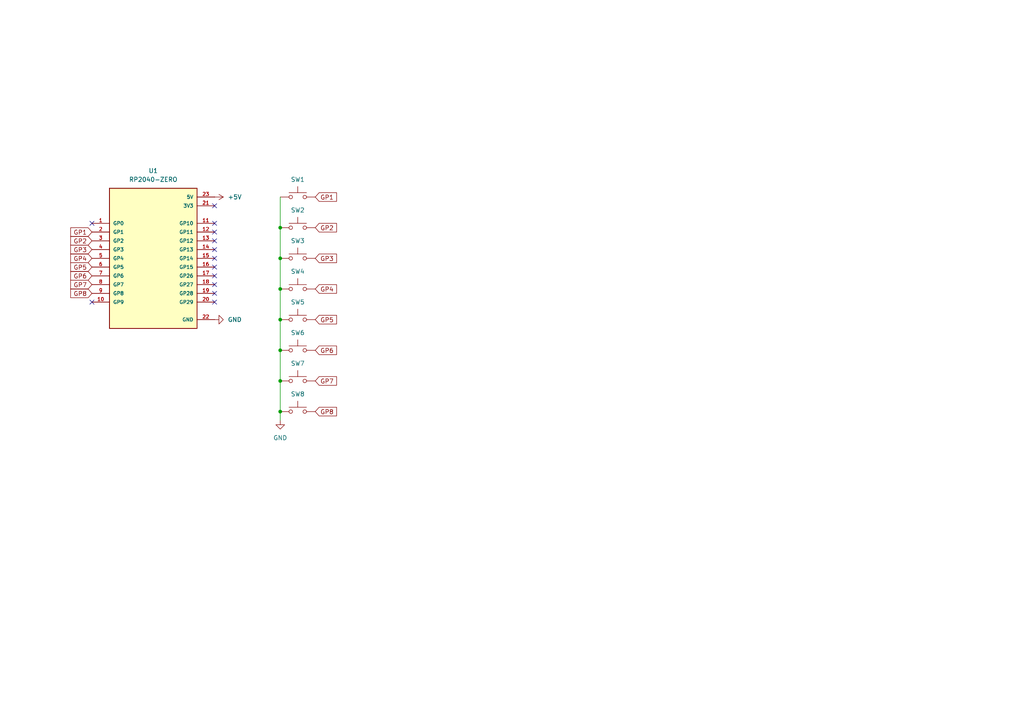
<source format=kicad_sch>
(kicad_sch (version 20231120) (generator "eeschema") (generator_version "8.0")
  (paper "A4")
  (lib_symbols
    (symbol "20400:RP2040-ZERO" (pin_names (offset 1.016))
      (property "Reference" "U" (at -12.7 21.082 0))
      (property "Value" "RP2040-ZERO" (at -12.7 -22.86 0))
      (symbol "RP2040-ZERO_0_0"
        (rectangle (start -12.7 -20.32) (end 12.7 20.32) (stroke (width 0.254)) (fill (type background)))
        (pin bidirectional line (at -17.78 10.16 0) (length 5.08) (name "GP0") (number "1"))
        (pin bidirectional line (at -17.78 -12.7 0) (length 5.08) (name "GP9") (number "10"))
        (pin bidirectional line (at 17.78 10.16 180) (length 5.08) (name "GP10") (number "11"))
        (pin bidirectional line (at 17.78 7.62 180) (length 5.08) (name "GP11") (number "12"))
        (pin bidirectional line (at 17.78 5.08 180) (length 5.08) (name "GP12") (number "13"))
        (pin bidirectional line (at 17.78 2.54 180) (length 5.08) (name "GP13") (number "14"))
        (pin bidirectional line (at 17.78 0 180) (length 5.08) (name "GP14") (number "15"))
        (pin bidirectional line (at 17.78 -2.54 180) (length 5.08) (name "GP15") (number "16"))
        (pin bidirectional line (at 17.78 -5.08 180) (length 5.08) (name "GP26") (number "17"))
        (pin bidirectional line (at 17.78 -7.62 180) (length 5.08) (name "GP27") (number "18"))
        (pin bidirectional line (at 17.78 -10.16 180) (length 5.08) (name "GP28") (number "19"))
        (pin bidirectional line (at -17.78 7.62 0) (length 5.08) (name "GP1") (number "2"))
        (pin bidirectional line (at 17.78 -12.7 180) (length 5.08) (name "GP29") (number "20"))
        (pin power_in line (at 17.78 15.24 180) (length 5.08) (name "3V3") (number "21"))
        (pin power_in line (at 17.78 -17.78 180) (length 5.08) (name "GND") (number "22"))
        (pin power_in line (at 17.78 17.78 180) (length 5.08) (name "5V") (number "23"))
        (pin bidirectional line (at -17.78 5.08 0) (length 5.08) (name "GP2") (number "3"))
        (pin bidirectional line (at -17.78 2.54 0) (length 5.08) (name "GP3") (number "4"))
        (pin bidirectional line (at -17.78 0 0) (length 5.08) (name "GP4") (number "5"))
        (pin bidirectional line (at -17.78 -2.54 0) (length 5.08) (name "GP5") (number "6"))
        (pin bidirectional line (at -17.78 -5.08 0) (length 5.08) (name "GP6") (number "7"))
        (pin bidirectional line (at -17.78 -7.62 0) (length 5.08) (name "GP7") (number "8"))
        (pin bidirectional line (at -17.78 -10.16 0) (length 5.08) (name "GP8") (number "9"))
      )
    )
    (symbol "Switch:SW_Push" (pin_numbers hide) (pin_names (offset 1.016) hide)
      (property "Reference" "SW" (at 1.27 2.54 0))
      (property "Value" "SW_Push" (at 0 -1.524 0))
      (symbol "SW_Push_0_1"
        (circle (center -2.032 0) (radius 0.508))
        (polyline (pts (xy 0 1.27) (xy 0 3.048)))
        (polyline (pts (xy 2.54 1.27) (xy -2.54 1.27)))
        (circle (center 2.032 0) (radius 0.508))
        (pin passive line (at -5.08 0 0) (length 2.54) (name "1") (number "1"))
        (pin passive line (at 5.08 0 180) (length 2.54) (name "2") (number "2"))
      )
    )
    (symbol "power:+5V" (power) (pin_numbers hide) (pin_names (offset 0) hide)
      (property "Value" "+5V" (at 0 3.556 0))
      (symbol "+5V_0_1"
        (polyline (pts (xy -0.762 1.27) (xy 0 2.54)))
        (polyline (pts (xy 0 0) (xy 0 2.54)))
        (polyline (pts (xy 0 2.54) (xy 0.762 1.27)))
      )
      (symbol "+5V_1_1"
        (pin power_in line (at 0 0 90) (length 0) (name "~") (number "1"))
      )
    )
    (symbol "power:GND" (power) (pin_numbers hide) (pin_names (offset 0) hide)
      (property "Value" "GND" (at 0 -3.81 0))
      (symbol "GND_0_1"
        (polyline (pts (xy 0 0) (xy 0 -1.27) (xy 1.27 -1.27) (xy 0 -2.54) (xy -1.27 -1.27) (xy 0 -1.27)))
      )
      (symbol "GND_1_1"
        (pin power_in line (at 0 0 270) (length 0) (name "~") (number "1"))
      )
    )
  )
  (junction (at 81.28 66.04))
  (junction (at 81.28 110.49))
  (junction (at 81.28 74.93))
  (junction (at 81.28 92.71))
  (junction (at 81.28 83.82))
  (junction (at 81.28 119.38))
  (junction (at 81.28 101.6))
  (no_connect (at 26.67 64.77))
  (no_connect (at 62.23 69.85))
  (no_connect (at 62.23 87.63))
  (no_connect (at 62.23 72.39))
  (no_connect (at 62.23 85.09))
  (no_connect (at 62.23 77.47))
  (no_connect (at 62.23 59.69))
  (no_connect (at 62.23 80.01))
  (no_connect (at 62.23 64.77))
  (no_connect (at 62.23 74.93))
  (no_connect (at 62.23 82.55))
  (no_connect (at 62.23 67.31))
  (no_connect (at 26.67 87.63))
  (wire (pts (xy 81.28 57.15) (xy 81.28 66.04)))
  (wire (pts (xy 81.28 66.04) (xy 81.28 74.93)))
  (wire (pts (xy 81.28 121.92) (xy 81.28 119.38)))
  (wire (pts (xy 81.28 92.71) (xy 81.28 101.6)))
  (wire (pts (xy 81.28 74.93) (xy 81.28 83.82)))
  (wire (pts (xy 81.28 110.49) (xy 81.28 119.38)))
  (wire (pts (xy 81.28 83.82) (xy 81.28 92.71)))
  (wire (pts (xy 81.28 101.6) (xy 81.28 110.49)))
  (global_label "GP5" (shape input) (at 91.44 92.71 0) (property "Intersheetrefs" "${INTERSHEET_REFS}" (effects (hide yes))))
  (global_label "GP8" (shape input) (at 91.44 119.38 0) (property "Intersheetrefs" "${INTERSHEET_REFS}" (effects (hide yes))))
  (global_label "GP4" (shape input) (at 26.67 74.93 180) (property "Intersheetrefs" "${INTERSHEET_REFS}" (effects (hide yes))))
  (global_label "GP5" (shape input) (at 26.67 77.47 180) (property "Intersheetrefs" "${INTERSHEET_REFS}" (effects (hide yes))))
  (global_label "GP6" (shape input) (at 91.44 101.6 0) (property "Intersheetrefs" "${INTERSHEET_REFS}" (effects (hide yes))))
  (global_label "GP1" (shape input) (at 26.67 67.31 180) (property "Intersheetrefs" "${INTERSHEET_REFS}" (effects (hide yes))))
  (global_label "GP8" (shape input) (at 26.67 85.09 180) (property "Intersheetrefs" "${INTERSHEET_REFS}" (effects (hide yes))))
  (global_label "GP2" (shape input) (at 26.67 69.85 180) (property "Intersheetrefs" "${INTERSHEET_REFS}" (effects (hide yes))))
  (global_label "GP3" (shape input) (at 91.44 74.93 0) (property "Intersheetrefs" "${INTERSHEET_REFS}" (effects (hide yes))))
  (global_label "GP7" (shape input) (at 26.67 82.55 180) (property "Intersheetrefs" "${INTERSHEET_REFS}" (effects (hide yes))))
  (global_label "GP3" (shape input) (at 26.67 72.39 180) (property "Intersheetrefs" "${INTERSHEET_REFS}" (effects (hide yes))))
  (global_label "GP1" (shape input) (at 91.44 57.15 0) (property "Intersheetrefs" "${INTERSHEET_REFS}" (effects (hide yes))))
  (global_label "GP7" (shape input) (at 91.44 110.49 0) (property "Intersheetrefs" "${INTERSHEET_REFS}" (effects (hide yes))))
  (global_label "GP4" (shape input) (at 91.44 83.82 0) (property "Intersheetrefs" "${INTERSHEET_REFS}" (effects (hide yes))))
  (global_label "GP6" (shape input) (at 26.67 80.01 180) (property "Intersheetrefs" "${INTERSHEET_REFS}" (effects (hide yes))))
  (global_label "GP2" (shape input) (at 91.44 66.04 0) (property "Intersheetrefs" "${INTERSHEET_REFS}" (effects (hide yes))))
  (symbol (lib_id "power:GND") (at 81.28 121.92 0) (unit 1)
    (property "Reference" "#PWR01" (effects (hide yes)))
    (property "Value" "GND" (at 81.28 127 0))
    (property "Description" "Power symbol creates a global label with name \"GND\" , ground" (effects (hide yes)))
  )
  (symbol (lib_id "power:GND") (at 62.23 92.71 90) (unit 1)
    (property "Reference" "#PWR02" (effects (hide yes)))
    (property "Value" "GND" (at 66.04 92.7099 90) (effects (justify right)))
    (property "Description" "Power symbol creates a global label with name \"GND\" , ground" (effects (hide yes)))
  )
  (symbol (lib_id "20400:RP2040-ZERO") (at 44.45 74.93 0) (unit 1)
    (property "Reference" "U1" (at 44.45 49.53 0))
    (property "Value" "RP2040-ZERO" (at 44.45 52.07 0))
    (property "Footprint" "RP2040 ZERO:MODULE_RP2040-ZERO" (effects (hide yes)))
    (property "MF" "Waveshare Electronics" (effects (hide yes)))
    (property "MAXIMUM_PACKAGE_HEIGHT" "5.35mm" (effects (hide yes)))
    (property "Package" "Package" (effects (hide yes)))
    (property "Price" "None" (effects (hide yes)))
    (property "Check_prices" "https://www.snapeda.com/parts/RP2040-ZERO/Waveshare+Electronics/view-part/?ref=eda" (effects (hide yes)))
    (property "STANDARD" "Manufacturer Recommendations" (effects (hide yes)))
    (property "PARTREV" "NA" (effects (hide yes)))
    (property "SnapEDA_Link" "https://www.snapeda.com/parts/RP2040-ZERO/Waveshare+Electronics/view-part/?ref=snap" (effects (hide yes)))
    (property "MP" "RP2040-ZERO" (effects (hide yes)))
    (property "Description_1" "\n                        \n                            Low-Cost, High-Performance Pico-Like MCU Board Based On Raspberry Pi Microcontroller RP2040\n                        \n" (effects (hide yes)))
    (property "Availability" "Not in stock" (effects (hide yes)))
    (property "MANUFACTURER" "Waveshare" (effects (hide yes)))
  )
  (symbol (lib_id "Switch:SW_Push") (at 86.36 74.93 0) (unit 1)
    (property "Reference" "SW3" (at 86.36 69.85 0))
    (property "Value" "SW_Push" (effects (hide yes)))
    (property "Footprint" "Button_Switch_THT:SW_PUSH_6mm_H4.3mm" (effects (hide yes)))
    (property "Description" "Push button switch, generic, two pins" (effects (hide yes)))
  )
  (symbol (lib_id "Switch:SW_Push") (at 86.36 83.82 0) (unit 1)
    (property "Reference" "SW4" (at 86.36 78.74 0))
    (property "Value" "SW_Push" (effects (hide yes)))
    (property "Footprint" "Button_Switch_THT:SW_PUSH_6mm_H4.3mm" (effects (hide yes)))
    (property "Description" "Push button switch, generic, two pins" (effects (hide yes)))
  )
  (symbol (lib_id "Switch:SW_Push") (at 86.36 57.15 0) (unit 1)
    (property "Reference" "SW1" (at 86.36 52.07 0))
    (property "Value" "SW_Push" (effects (hide yes)))
    (property "Footprint" "Button_Switch_THT:SW_PUSH_6mm_H4.3mm" (effects (hide yes)))
    (property "Description" "Push button switch, generic, two pins" (effects (hide yes)))
  )
  (symbol (lib_id "Switch:SW_Push") (at 86.36 92.71 0) (unit 1)
    (property "Reference" "SW5" (at 86.36 87.63 0))
    (property "Value" "SW_Push" (effects (hide yes)))
    (property "Footprint" "Button_Switch_THT:SW_PUSH_6mm_H4.3mm" (effects (hide yes)))
    (property "Description" "Push button switch, generic, two pins" (effects (hide yes)))
  )
  (symbol (lib_id "power:+5V") (at 62.23 57.15 270) (unit 1)
    (property "Reference" "#PWR04" (effects (hide yes)))
    (property "Value" "+5V" (at 66.04 57.1499 90) (effects (justify left)))
    (property "Description" "Power symbol creates a global label with name \"+5V\"" (effects (hide yes)))
  )
  (symbol (lib_id "Switch:SW_Push") (at 86.36 119.38 0) (unit 1)
    (property "Reference" "SW8" (at 86.36 114.3 0))
    (property "Value" "SW_Push" (effects (hide yes)))
    (property "Footprint" "Button_Switch_THT:SW_PUSH_6mm_H4.3mm" (effects (hide yes)))
    (property "Description" "Push button switch, generic, two pins" (effects (hide yes)))
  )
  (symbol (lib_id "Switch:SW_Push") (at 86.36 66.04 0) (unit 1)
    (property "Reference" "SW2" (at 86.36 60.96 0))
    (property "Value" "SW_Push" (effects (hide yes)))
    (property "Footprint" "Button_Switch_THT:SW_PUSH_6mm_H4.3mm" (effects (hide yes)))
    (property "Description" "Push button switch, generic, two pins" (effects (hide yes)))
  )
  (symbol (lib_id "Switch:SW_Push") (at 86.36 101.6 0) (unit 1)
    (property "Reference" "SW6" (at 86.36 96.52 0))
    (property "Value" "SW_Push" (effects (hide yes)))
    (property "Footprint" "Button_Switch_THT:SW_PUSH_6mm_H4.3mm" (effects (hide yes)))
    (property "Description" "Push button switch, generic, two pins" (effects (hide yes)))
  )
  (symbol (lib_id "Switch:SW_Push") (at 86.36 110.49 0) (unit 1)
    (property "Reference" "SW7" (at 86.36 105.41 0))
    (property "Value" "SW_Push" (effects (hide yes)))
    (property "Footprint" "Button_Switch_THT:SW_PUSH_6mm_H4.3mm" (effects (hide yes)))
    (property "Description" "Push button switch, generic, two pins" (effects (hide yes)))
  )
)
</source>
